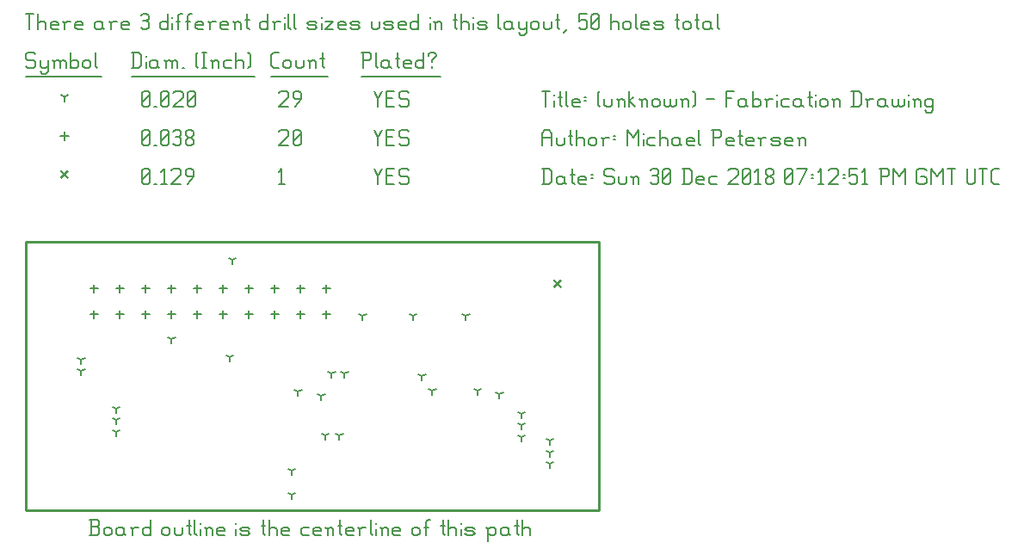
<source format=gbr>
G04 start of page 12 for group -3984 idx -3984 *
G04 Title: (unknown), fab *
G04 Creator: pcb 20140316 *
G04 CreationDate: Sun 30 Dec 2018 07:12:51 PM GMT UTC *
G04 For: railfan *
G04 Format: Gerber/RS-274X *
G04 PCB-Dimensions (mil): 2220.00 1040.00 *
G04 PCB-Coordinate-Origin: lower left *
%MOIN*%
%FSLAX25Y25*%
%LNFAB*%
%ADD64C,0.0100*%
%ADD63C,0.0075*%
%ADD62C,0.0060*%
%ADD61C,0.0001*%
G54D61*G36*
X204800Y89766D02*X207766Y86800D01*
X207200Y86234D01*
X204234Y89200D01*
X204800Y89766D01*
G37*
G36*
X204234Y86800D02*X207200Y89766D01*
X207766Y89200D01*
X204800Y86234D01*
X204234Y86800D01*
G37*
G36*
X13800Y132016D02*X16766Y129050D01*
X16200Y128484D01*
X13234Y131450D01*
X13800Y132016D01*
G37*
G36*
X13234Y129050D02*X16200Y132016D01*
X16766Y131450D01*
X13800Y128484D01*
X13234Y129050D01*
G37*
G54D62*X135000Y132500D02*X136500Y129500D01*
X138000Y132500D01*
X136500Y129500D02*Y126500D01*
X139800Y129800D02*X142050D01*
X139800Y126500D02*X142800D01*
X139800Y132500D02*Y126500D01*
Y132500D02*X142800D01*
X147600D02*X148350Y131750D01*
X145350Y132500D02*X147600D01*
X144600Y131750D02*X145350Y132500D01*
X144600Y131750D02*Y130250D01*
X145350Y129500D01*
X147600D01*
X148350Y128750D01*
Y127250D01*
X147600Y126500D02*X148350Y127250D01*
X145350Y126500D02*X147600D01*
X144600Y127250D02*X145350Y126500D01*
X98000Y131300D02*X99200Y132500D01*
Y126500D01*
X98000D02*X100250D01*
X45000Y127250D02*X45750Y126500D01*
X45000Y131750D02*Y127250D01*
Y131750D02*X45750Y132500D01*
X47250D01*
X48000Y131750D01*
Y127250D01*
X47250Y126500D02*X48000Y127250D01*
X45750Y126500D02*X47250D01*
X45000Y128000D02*X48000Y131000D01*
X49800Y126500D02*X50550D01*
X52350Y131300D02*X53550Y132500D01*
Y126500D01*
X52350D02*X54600D01*
X56400Y131750D02*X57150Y132500D01*
X59400D01*
X60150Y131750D01*
Y130250D01*
X56400Y126500D02*X60150Y130250D01*
X56400Y126500D02*X60150D01*
X62700D02*X64950Y129500D01*
Y131750D02*Y129500D01*
X64200Y132500D02*X64950Y131750D01*
X62700Y132500D02*X64200D01*
X61950Y131750D02*X62700Y132500D01*
X61950Y131750D02*Y130250D01*
X62700Y129500D01*
X64950D01*
X26500Y77600D02*Y74400D01*
X24900Y76000D02*X28100D01*
X36500Y77600D02*Y74400D01*
X34900Y76000D02*X38100D01*
X46500Y77600D02*Y74400D01*
X44900Y76000D02*X48100D01*
X56500Y77600D02*Y74400D01*
X54900Y76000D02*X58100D01*
X66500Y77600D02*Y74400D01*
X64900Y76000D02*X68100D01*
X76500Y77600D02*Y74400D01*
X74900Y76000D02*X78100D01*
X86500Y77600D02*Y74400D01*
X84900Y76000D02*X88100D01*
X96500Y77600D02*Y74400D01*
X94900Y76000D02*X98100D01*
X106500Y77600D02*Y74400D01*
X104900Y76000D02*X108100D01*
X116500Y77600D02*Y74400D01*
X114900Y76000D02*X118100D01*
X26500Y87600D02*Y84400D01*
X24900Y86000D02*X28100D01*
X36500Y87600D02*Y84400D01*
X34900Y86000D02*X38100D01*
X46500Y87600D02*Y84400D01*
X44900Y86000D02*X48100D01*
X56500Y87600D02*Y84400D01*
X54900Y86000D02*X58100D01*
X66500Y87600D02*Y84400D01*
X64900Y86000D02*X68100D01*
X76500Y87600D02*Y84400D01*
X74900Y86000D02*X78100D01*
X86500Y87600D02*Y84400D01*
X84900Y86000D02*X88100D01*
X96500Y87600D02*Y84400D01*
X94900Y86000D02*X98100D01*
X106500Y87600D02*Y84400D01*
X104900Y86000D02*X108100D01*
X116500Y87600D02*Y84400D01*
X114900Y86000D02*X118100D01*
X15000Y146850D02*Y143650D01*
X13400Y145250D02*X16600D01*
X135000Y147500D02*X136500Y144500D01*
X138000Y147500D01*
X136500Y144500D02*Y141500D01*
X139800Y144800D02*X142050D01*
X139800Y141500D02*X142800D01*
X139800Y147500D02*Y141500D01*
Y147500D02*X142800D01*
X147600D02*X148350Y146750D01*
X145350Y147500D02*X147600D01*
X144600Y146750D02*X145350Y147500D01*
X144600Y146750D02*Y145250D01*
X145350Y144500D01*
X147600D01*
X148350Y143750D01*
Y142250D01*
X147600Y141500D02*X148350Y142250D01*
X145350Y141500D02*X147600D01*
X144600Y142250D02*X145350Y141500D01*
X98000Y146750D02*X98750Y147500D01*
X101000D01*
X101750Y146750D01*
Y145250D01*
X98000Y141500D02*X101750Y145250D01*
X98000Y141500D02*X101750D01*
X103550Y142250D02*X104300Y141500D01*
X103550Y146750D02*Y142250D01*
Y146750D02*X104300Y147500D01*
X105800D01*
X106550Y146750D01*
Y142250D01*
X105800Y141500D02*X106550Y142250D01*
X104300Y141500D02*X105800D01*
X103550Y143000D02*X106550Y146000D01*
X45000Y142250D02*X45750Y141500D01*
X45000Y146750D02*Y142250D01*
Y146750D02*X45750Y147500D01*
X47250D01*
X48000Y146750D01*
Y142250D01*
X47250Y141500D02*X48000Y142250D01*
X45750Y141500D02*X47250D01*
X45000Y143000D02*X48000Y146000D01*
X49800Y141500D02*X50550D01*
X52350Y142250D02*X53100Y141500D01*
X52350Y146750D02*Y142250D01*
Y146750D02*X53100Y147500D01*
X54600D01*
X55350Y146750D01*
Y142250D01*
X54600Y141500D02*X55350Y142250D01*
X53100Y141500D02*X54600D01*
X52350Y143000D02*X55350Y146000D01*
X57150Y146750D02*X57900Y147500D01*
X59400D01*
X60150Y146750D01*
X59400Y141500D02*X60150Y142250D01*
X57900Y141500D02*X59400D01*
X57150Y142250D02*X57900Y141500D01*
Y144800D02*X59400D01*
X60150Y146750D02*Y145550D01*
Y144050D02*Y142250D01*
Y144050D02*X59400Y144800D01*
X60150Y145550D02*X59400Y144800D01*
X61950Y142250D02*X62700Y141500D01*
X61950Y143450D02*Y142250D01*
Y143450D02*X63000Y144500D01*
X63900D01*
X64950Y143450D01*
Y142250D01*
X64200Y141500D02*X64950Y142250D01*
X62700Y141500D02*X64200D01*
X61950Y145550D02*X63000Y144500D01*
X61950Y146750D02*Y145550D01*
Y146750D02*X62700Y147500D01*
X64200D01*
X64950Y146750D01*
Y145550D01*
X63900Y144500D02*X64950Y145550D01*
X56500Y66500D02*Y64900D01*
Y66500D02*X57887Y67300D01*
X56500Y66500D02*X55113Y67300D01*
X79000Y59500D02*Y57900D01*
Y59500D02*X80387Y60300D01*
X79000Y59500D02*X77613Y60300D01*
X80000Y97000D02*Y95400D01*
Y97000D02*X81387Y97800D01*
X80000Y97000D02*X78613Y97800D01*
X130500Y75500D02*Y73900D01*
Y75500D02*X131887Y76300D01*
X130500Y75500D02*X129113Y76300D01*
X150000Y75500D02*Y73900D01*
Y75500D02*X151387Y76300D01*
X150000Y75500D02*X148613Y76300D01*
X170500Y75500D02*Y73900D01*
Y75500D02*X171887Y76300D01*
X170500Y75500D02*X169113Y76300D01*
X21500Y54000D02*Y52400D01*
Y54000D02*X22887Y54800D01*
X21500Y54000D02*X20113Y54800D01*
X123500Y53000D02*Y51400D01*
Y53000D02*X124887Y53800D01*
X123500Y53000D02*X122113Y53800D01*
X192000Y28500D02*Y26900D01*
Y28500D02*X193387Y29300D01*
X192000Y28500D02*X190613Y29300D01*
X192000Y33000D02*Y31400D01*
Y33000D02*X193387Y33800D01*
X192000Y33000D02*X190613Y33800D01*
X116000Y29000D02*Y27400D01*
Y29000D02*X117387Y29800D01*
X116000Y29000D02*X114613Y29800D01*
X121500Y29000D02*Y27400D01*
Y29000D02*X122887Y29800D01*
X121500Y29000D02*X120113Y29800D01*
X118500Y53000D02*Y51400D01*
Y53000D02*X119887Y53800D01*
X118500Y53000D02*X117113Y53800D01*
X105500Y46000D02*Y44400D01*
Y46000D02*X106887Y46800D01*
X105500Y46000D02*X104113Y46800D01*
X153500Y52000D02*Y50400D01*
Y52000D02*X154887Y52800D01*
X153500Y52000D02*X152113Y52800D01*
X21500Y58500D02*Y56900D01*
Y58500D02*X22887Y59300D01*
X21500Y58500D02*X20113Y59300D01*
X35000Y39500D02*Y37900D01*
Y39500D02*X36387Y40300D01*
X35000Y39500D02*X33613Y40300D01*
X35000Y35000D02*Y33400D01*
Y35000D02*X36387Y35800D01*
X35000Y35000D02*X33613Y35800D01*
X35000Y30500D02*Y28900D01*
Y30500D02*X36387Y31300D01*
X35000Y30500D02*X33613Y31300D01*
X192000Y37500D02*Y35900D01*
Y37500D02*X193387Y38300D01*
X192000Y37500D02*X190613Y38300D01*
X203000Y18000D02*Y16400D01*
Y18000D02*X204387Y18800D01*
X203000Y18000D02*X201613Y18800D01*
X203000Y22500D02*Y20900D01*
Y22500D02*X204387Y23300D01*
X203000Y22500D02*X201613Y23300D01*
X203000Y27000D02*Y25400D01*
Y27000D02*X204387Y27800D01*
X203000Y27000D02*X201613Y27800D01*
X175000Y46500D02*Y44900D01*
Y46500D02*X176387Y47300D01*
X175000Y46500D02*X173613Y47300D01*
X183500Y45000D02*Y43400D01*
Y45000D02*X184887Y45800D01*
X183500Y45000D02*X182113Y45800D01*
X103000Y6000D02*Y4400D01*
Y6000D02*X104387Y6800D01*
X103000Y6000D02*X101613Y6800D01*
X103000Y15500D02*Y13900D01*
Y15500D02*X104387Y16300D01*
X103000Y15500D02*X101613Y16300D01*
X114500Y44500D02*Y42900D01*
Y44500D02*X115887Y45300D01*
X114500Y44500D02*X113113Y45300D01*
X157500Y46500D02*Y44900D01*
Y46500D02*X158887Y47300D01*
X157500Y46500D02*X156113Y47300D01*
X15000Y160250D02*Y158650D01*
Y160250D02*X16387Y161050D01*
X15000Y160250D02*X13613Y161050D01*
X135000Y162500D02*X136500Y159500D01*
X138000Y162500D01*
X136500Y159500D02*Y156500D01*
X139800Y159800D02*X142050D01*
X139800Y156500D02*X142800D01*
X139800Y162500D02*Y156500D01*
Y162500D02*X142800D01*
X147600D02*X148350Y161750D01*
X145350Y162500D02*X147600D01*
X144600Y161750D02*X145350Y162500D01*
X144600Y161750D02*Y160250D01*
X145350Y159500D01*
X147600D01*
X148350Y158750D01*
Y157250D01*
X147600Y156500D02*X148350Y157250D01*
X145350Y156500D02*X147600D01*
X144600Y157250D02*X145350Y156500D01*
X98000Y161750D02*X98750Y162500D01*
X101000D01*
X101750Y161750D01*
Y160250D01*
X98000Y156500D02*X101750Y160250D01*
X98000Y156500D02*X101750D01*
X104300D02*X106550Y159500D01*
Y161750D02*Y159500D01*
X105800Y162500D02*X106550Y161750D01*
X104300Y162500D02*X105800D01*
X103550Y161750D02*X104300Y162500D01*
X103550Y161750D02*Y160250D01*
X104300Y159500D01*
X106550D01*
X45000Y157250D02*X45750Y156500D01*
X45000Y161750D02*Y157250D01*
Y161750D02*X45750Y162500D01*
X47250D01*
X48000Y161750D01*
Y157250D01*
X47250Y156500D02*X48000Y157250D01*
X45750Y156500D02*X47250D01*
X45000Y158000D02*X48000Y161000D01*
X49800Y156500D02*X50550D01*
X52350Y157250D02*X53100Y156500D01*
X52350Y161750D02*Y157250D01*
Y161750D02*X53100Y162500D01*
X54600D01*
X55350Y161750D01*
Y157250D01*
X54600Y156500D02*X55350Y157250D01*
X53100Y156500D02*X54600D01*
X52350Y158000D02*X55350Y161000D01*
X57150Y161750D02*X57900Y162500D01*
X60150D01*
X60900Y161750D01*
Y160250D01*
X57150Y156500D02*X60900Y160250D01*
X57150Y156500D02*X60900D01*
X62700Y157250D02*X63450Y156500D01*
X62700Y161750D02*Y157250D01*
Y161750D02*X63450Y162500D01*
X64950D01*
X65700Y161750D01*
Y157250D01*
X64950Y156500D02*X65700Y157250D01*
X63450Y156500D02*X64950D01*
X62700Y158000D02*X65700Y161000D01*
X3000Y177500D02*X3750Y176750D01*
X750Y177500D02*X3000D01*
X0Y176750D02*X750Y177500D01*
X0Y176750D02*Y175250D01*
X750Y174500D01*
X3000D01*
X3750Y173750D01*
Y172250D01*
X3000Y171500D02*X3750Y172250D01*
X750Y171500D02*X3000D01*
X0Y172250D02*X750Y171500D01*
X5550Y174500D02*Y172250D01*
X6300Y171500D01*
X8550Y174500D02*Y170000D01*
X7800Y169250D02*X8550Y170000D01*
X6300Y169250D02*X7800D01*
X5550Y170000D02*X6300Y169250D01*
Y171500D02*X7800D01*
X8550Y172250D01*
X11100Y173750D02*Y171500D01*
Y173750D02*X11850Y174500D01*
X12600D01*
X13350Y173750D01*
Y171500D01*
Y173750D02*X14100Y174500D01*
X14850D01*
X15600Y173750D01*
Y171500D01*
X10350Y174500D02*X11100Y173750D01*
X17400Y177500D02*Y171500D01*
Y172250D02*X18150Y171500D01*
X19650D01*
X20400Y172250D01*
Y173750D02*Y172250D01*
X19650Y174500D02*X20400Y173750D01*
X18150Y174500D02*X19650D01*
X17400Y173750D02*X18150Y174500D01*
X22200Y173750D02*Y172250D01*
Y173750D02*X22950Y174500D01*
X24450D01*
X25200Y173750D01*
Y172250D01*
X24450Y171500D02*X25200Y172250D01*
X22950Y171500D02*X24450D01*
X22200Y172250D02*X22950Y171500D01*
X27000Y177500D02*Y172250D01*
X27750Y171500D01*
X0Y168250D02*X29250D01*
X41750Y177500D02*Y171500D01*
X43700Y177500D02*X44750Y176450D01*
Y172550D01*
X43700Y171500D02*X44750Y172550D01*
X41000Y171500D02*X43700D01*
X41000Y177500D02*X43700D01*
G54D63*X46550Y176000D02*Y175850D01*
G54D62*Y173750D02*Y171500D01*
X50300Y174500D02*X51050Y173750D01*
X48800Y174500D02*X50300D01*
X48050Y173750D02*X48800Y174500D01*
X48050Y173750D02*Y172250D01*
X48800Y171500D01*
X51050Y174500D02*Y172250D01*
X51800Y171500D01*
X48800D02*X50300D01*
X51050Y172250D01*
X54350Y173750D02*Y171500D01*
Y173750D02*X55100Y174500D01*
X55850D01*
X56600Y173750D01*
Y171500D01*
Y173750D02*X57350Y174500D01*
X58100D01*
X58850Y173750D01*
Y171500D01*
X53600Y174500D02*X54350Y173750D01*
X60650Y171500D02*X61400D01*
X65900Y172250D02*X66650Y171500D01*
X65900Y176750D02*X66650Y177500D01*
X65900Y176750D02*Y172250D01*
X68450Y177500D02*X69950D01*
X69200D02*Y171500D01*
X68450D02*X69950D01*
X72500Y173750D02*Y171500D01*
Y173750D02*X73250Y174500D01*
X74000D01*
X74750Y173750D01*
Y171500D01*
X71750Y174500D02*X72500Y173750D01*
X77300Y174500D02*X79550D01*
X76550Y173750D02*X77300Y174500D01*
X76550Y173750D02*Y172250D01*
X77300Y171500D01*
X79550D01*
X81350Y177500D02*Y171500D01*
Y173750D02*X82100Y174500D01*
X83600D01*
X84350Y173750D01*
Y171500D01*
X86150Y177500D02*X86900Y176750D01*
Y172250D01*
X86150Y171500D02*X86900Y172250D01*
X41000Y168250D02*X88700D01*
X96050Y171500D02*X98000D01*
X95000Y172550D02*X96050Y171500D01*
X95000Y176450D02*Y172550D01*
Y176450D02*X96050Y177500D01*
X98000D01*
X99800Y173750D02*Y172250D01*
Y173750D02*X100550Y174500D01*
X102050D01*
X102800Y173750D01*
Y172250D01*
X102050Y171500D02*X102800Y172250D01*
X100550Y171500D02*X102050D01*
X99800Y172250D02*X100550Y171500D01*
X104600Y174500D02*Y172250D01*
X105350Y171500D01*
X106850D01*
X107600Y172250D01*
Y174500D02*Y172250D01*
X110150Y173750D02*Y171500D01*
Y173750D02*X110900Y174500D01*
X111650D01*
X112400Y173750D01*
Y171500D01*
X109400Y174500D02*X110150Y173750D01*
X114950Y177500D02*Y172250D01*
X115700Y171500D01*
X114200Y175250D02*X115700D01*
X95000Y168250D02*X117200D01*
X130750Y177500D02*Y171500D01*
X130000Y177500D02*X133000D01*
X133750Y176750D01*
Y175250D01*
X133000Y174500D02*X133750Y175250D01*
X130750Y174500D02*X133000D01*
X135550Y177500D02*Y172250D01*
X136300Y171500D01*
X140050Y174500D02*X140800Y173750D01*
X138550Y174500D02*X140050D01*
X137800Y173750D02*X138550Y174500D01*
X137800Y173750D02*Y172250D01*
X138550Y171500D01*
X140800Y174500D02*Y172250D01*
X141550Y171500D01*
X138550D02*X140050D01*
X140800Y172250D01*
X144100Y177500D02*Y172250D01*
X144850Y171500D01*
X143350Y175250D02*X144850D01*
X147100Y171500D02*X149350D01*
X146350Y172250D02*X147100Y171500D01*
X146350Y173750D02*Y172250D01*
Y173750D02*X147100Y174500D01*
X148600D01*
X149350Y173750D01*
X146350Y173000D02*X149350D01*
Y173750D02*Y173000D01*
X154150Y177500D02*Y171500D01*
X153400D02*X154150Y172250D01*
X151900Y171500D02*X153400D01*
X151150Y172250D02*X151900Y171500D01*
X151150Y173750D02*Y172250D01*
Y173750D02*X151900Y174500D01*
X153400D01*
X154150Y173750D01*
X157450Y174500D02*Y173750D01*
Y172250D02*Y171500D01*
X155950Y176750D02*Y176000D01*
Y176750D02*X156700Y177500D01*
X158200D01*
X158950Y176750D01*
Y176000D01*
X157450Y174500D02*X158950Y176000D01*
X130000Y168250D02*X160750D01*
X0Y192500D02*X3000D01*
X1500D02*Y186500D01*
X4800Y192500D02*Y186500D01*
Y188750D02*X5550Y189500D01*
X7050D01*
X7800Y188750D01*
Y186500D01*
X10350D02*X12600D01*
X9600Y187250D02*X10350Y186500D01*
X9600Y188750D02*Y187250D01*
Y188750D02*X10350Y189500D01*
X11850D01*
X12600Y188750D01*
X9600Y188000D02*X12600D01*
Y188750D02*Y188000D01*
X15150Y188750D02*Y186500D01*
Y188750D02*X15900Y189500D01*
X17400D01*
X14400D02*X15150Y188750D01*
X19950Y186500D02*X22200D01*
X19200Y187250D02*X19950Y186500D01*
X19200Y188750D02*Y187250D01*
Y188750D02*X19950Y189500D01*
X21450D01*
X22200Y188750D01*
X19200Y188000D02*X22200D01*
Y188750D02*Y188000D01*
X28950Y189500D02*X29700Y188750D01*
X27450Y189500D02*X28950D01*
X26700Y188750D02*X27450Y189500D01*
X26700Y188750D02*Y187250D01*
X27450Y186500D01*
X29700Y189500D02*Y187250D01*
X30450Y186500D01*
X27450D02*X28950D01*
X29700Y187250D01*
X33000Y188750D02*Y186500D01*
Y188750D02*X33750Y189500D01*
X35250D01*
X32250D02*X33000Y188750D01*
X37800Y186500D02*X40050D01*
X37050Y187250D02*X37800Y186500D01*
X37050Y188750D02*Y187250D01*
Y188750D02*X37800Y189500D01*
X39300D01*
X40050Y188750D01*
X37050Y188000D02*X40050D01*
Y188750D02*Y188000D01*
X44550Y191750D02*X45300Y192500D01*
X46800D01*
X47550Y191750D01*
X46800Y186500D02*X47550Y187250D01*
X45300Y186500D02*X46800D01*
X44550Y187250D02*X45300Y186500D01*
Y189800D02*X46800D01*
X47550Y191750D02*Y190550D01*
Y189050D02*Y187250D01*
Y189050D02*X46800Y189800D01*
X47550Y190550D02*X46800Y189800D01*
X55050Y192500D02*Y186500D01*
X54300D02*X55050Y187250D01*
X52800Y186500D02*X54300D01*
X52050Y187250D02*X52800Y186500D01*
X52050Y188750D02*Y187250D01*
Y188750D02*X52800Y189500D01*
X54300D01*
X55050Y188750D01*
G54D63*X56850Y191000D02*Y190850D01*
G54D62*Y188750D02*Y186500D01*
X59100Y191750D02*Y186500D01*
Y191750D02*X59850Y192500D01*
X60600D01*
X58350Y189500D02*X59850D01*
X62850Y191750D02*Y186500D01*
Y191750D02*X63600Y192500D01*
X64350D01*
X62100Y189500D02*X63600D01*
X66600Y186500D02*X68850D01*
X65850Y187250D02*X66600Y186500D01*
X65850Y188750D02*Y187250D01*
Y188750D02*X66600Y189500D01*
X68100D01*
X68850Y188750D01*
X65850Y188000D02*X68850D01*
Y188750D02*Y188000D01*
X71400Y188750D02*Y186500D01*
Y188750D02*X72150Y189500D01*
X73650D01*
X70650D02*X71400Y188750D01*
X76200Y186500D02*X78450D01*
X75450Y187250D02*X76200Y186500D01*
X75450Y188750D02*Y187250D01*
Y188750D02*X76200Y189500D01*
X77700D01*
X78450Y188750D01*
X75450Y188000D02*X78450D01*
Y188750D02*Y188000D01*
X81000Y188750D02*Y186500D01*
Y188750D02*X81750Y189500D01*
X82500D01*
X83250Y188750D01*
Y186500D01*
X80250Y189500D02*X81000Y188750D01*
X85800Y192500D02*Y187250D01*
X86550Y186500D01*
X85050Y190250D02*X86550D01*
X93750Y192500D02*Y186500D01*
X93000D02*X93750Y187250D01*
X91500Y186500D02*X93000D01*
X90750Y187250D02*X91500Y186500D01*
X90750Y188750D02*Y187250D01*
Y188750D02*X91500Y189500D01*
X93000D01*
X93750Y188750D01*
X96300D02*Y186500D01*
Y188750D02*X97050Y189500D01*
X98550D01*
X95550D02*X96300Y188750D01*
G54D63*X100350Y191000D02*Y190850D01*
G54D62*Y188750D02*Y186500D01*
X101850Y192500D02*Y187250D01*
X102600Y186500D01*
X104100Y192500D02*Y187250D01*
X104850Y186500D01*
X109800D02*X112050D01*
X112800Y187250D01*
X112050Y188000D02*X112800Y187250D01*
X109800Y188000D02*X112050D01*
X109050Y188750D02*X109800Y188000D01*
X109050Y188750D02*X109800Y189500D01*
X112050D01*
X112800Y188750D01*
X109050Y187250D02*X109800Y186500D01*
G54D63*X114600Y191000D02*Y190850D01*
G54D62*Y188750D02*Y186500D01*
X116100Y189500D02*X119100D01*
X116100Y186500D02*X119100Y189500D01*
X116100Y186500D02*X119100D01*
X121650D02*X123900D01*
X120900Y187250D02*X121650Y186500D01*
X120900Y188750D02*Y187250D01*
Y188750D02*X121650Y189500D01*
X123150D01*
X123900Y188750D01*
X120900Y188000D02*X123900D01*
Y188750D02*Y188000D01*
X126450Y186500D02*X128700D01*
X129450Y187250D01*
X128700Y188000D02*X129450Y187250D01*
X126450Y188000D02*X128700D01*
X125700Y188750D02*X126450Y188000D01*
X125700Y188750D02*X126450Y189500D01*
X128700D01*
X129450Y188750D01*
X125700Y187250D02*X126450Y186500D01*
X133950Y189500D02*Y187250D01*
X134700Y186500D01*
X136200D01*
X136950Y187250D01*
Y189500D02*Y187250D01*
X139500Y186500D02*X141750D01*
X142500Y187250D01*
X141750Y188000D02*X142500Y187250D01*
X139500Y188000D02*X141750D01*
X138750Y188750D02*X139500Y188000D01*
X138750Y188750D02*X139500Y189500D01*
X141750D01*
X142500Y188750D01*
X138750Y187250D02*X139500Y186500D01*
X145050D02*X147300D01*
X144300Y187250D02*X145050Y186500D01*
X144300Y188750D02*Y187250D01*
Y188750D02*X145050Y189500D01*
X146550D01*
X147300Y188750D01*
X144300Y188000D02*X147300D01*
Y188750D02*Y188000D01*
X152100Y192500D02*Y186500D01*
X151350D02*X152100Y187250D01*
X149850Y186500D02*X151350D01*
X149100Y187250D02*X149850Y186500D01*
X149100Y188750D02*Y187250D01*
Y188750D02*X149850Y189500D01*
X151350D01*
X152100Y188750D01*
G54D63*X156600Y191000D02*Y190850D01*
G54D62*Y188750D02*Y186500D01*
X158850Y188750D02*Y186500D01*
Y188750D02*X159600Y189500D01*
X160350D01*
X161100Y188750D01*
Y186500D01*
X158100Y189500D02*X158850Y188750D01*
X166350Y192500D02*Y187250D01*
X167100Y186500D01*
X165600Y190250D02*X167100D01*
X168600Y192500D02*Y186500D01*
Y188750D02*X169350Y189500D01*
X170850D01*
X171600Y188750D01*
Y186500D01*
G54D63*X173400Y191000D02*Y190850D01*
G54D62*Y188750D02*Y186500D01*
X175650D02*X177900D01*
X178650Y187250D01*
X177900Y188000D02*X178650Y187250D01*
X175650Y188000D02*X177900D01*
X174900Y188750D02*X175650Y188000D01*
X174900Y188750D02*X175650Y189500D01*
X177900D01*
X178650Y188750D01*
X174900Y187250D02*X175650Y186500D01*
X183150Y192500D02*Y187250D01*
X183900Y186500D01*
X187650Y189500D02*X188400Y188750D01*
X186150Y189500D02*X187650D01*
X185400Y188750D02*X186150Y189500D01*
X185400Y188750D02*Y187250D01*
X186150Y186500D01*
X188400Y189500D02*Y187250D01*
X189150Y186500D01*
X186150D02*X187650D01*
X188400Y187250D01*
X190950Y189500D02*Y187250D01*
X191700Y186500D01*
X193950Y189500D02*Y185000D01*
X193200Y184250D02*X193950Y185000D01*
X191700Y184250D02*X193200D01*
X190950Y185000D02*X191700Y184250D01*
Y186500D02*X193200D01*
X193950Y187250D01*
X195750Y188750D02*Y187250D01*
Y188750D02*X196500Y189500D01*
X198000D01*
X198750Y188750D01*
Y187250D01*
X198000Y186500D02*X198750Y187250D01*
X196500Y186500D02*X198000D01*
X195750Y187250D02*X196500Y186500D01*
X200550Y189500D02*Y187250D01*
X201300Y186500D01*
X202800D01*
X203550Y187250D01*
Y189500D02*Y187250D01*
X206100Y192500D02*Y187250D01*
X206850Y186500D01*
X205350Y190250D02*X206850D01*
X208350Y185000D02*X209850Y186500D01*
X214350Y192500D02*X217350D01*
X214350D02*Y189500D01*
X215100Y190250D01*
X216600D01*
X217350Y189500D01*
Y187250D01*
X216600Y186500D02*X217350Y187250D01*
X215100Y186500D02*X216600D01*
X214350Y187250D02*X215100Y186500D01*
X219150Y187250D02*X219900Y186500D01*
X219150Y191750D02*Y187250D01*
Y191750D02*X219900Y192500D01*
X221400D01*
X222150Y191750D01*
Y187250D01*
X221400Y186500D02*X222150Y187250D01*
X219900Y186500D02*X221400D01*
X219150Y188000D02*X222150Y191000D01*
X226650Y192500D02*Y186500D01*
Y188750D02*X227400Y189500D01*
X228900D01*
X229650Y188750D01*
Y186500D01*
X231450Y188750D02*Y187250D01*
Y188750D02*X232200Y189500D01*
X233700D01*
X234450Y188750D01*
Y187250D01*
X233700Y186500D02*X234450Y187250D01*
X232200Y186500D02*X233700D01*
X231450Y187250D02*X232200Y186500D01*
X236250Y192500D02*Y187250D01*
X237000Y186500D01*
X239250D02*X241500D01*
X238500Y187250D02*X239250Y186500D01*
X238500Y188750D02*Y187250D01*
Y188750D02*X239250Y189500D01*
X240750D01*
X241500Y188750D01*
X238500Y188000D02*X241500D01*
Y188750D02*Y188000D01*
X244050Y186500D02*X246300D01*
X247050Y187250D01*
X246300Y188000D02*X247050Y187250D01*
X244050Y188000D02*X246300D01*
X243300Y188750D02*X244050Y188000D01*
X243300Y188750D02*X244050Y189500D01*
X246300D01*
X247050Y188750D01*
X243300Y187250D02*X244050Y186500D01*
X252300Y192500D02*Y187250D01*
X253050Y186500D01*
X251550Y190250D02*X253050D01*
X254550Y188750D02*Y187250D01*
Y188750D02*X255300Y189500D01*
X256800D01*
X257550Y188750D01*
Y187250D01*
X256800Y186500D02*X257550Y187250D01*
X255300Y186500D02*X256800D01*
X254550Y187250D02*X255300Y186500D01*
X260100Y192500D02*Y187250D01*
X260850Y186500D01*
X259350Y190250D02*X260850D01*
X264600Y189500D02*X265350Y188750D01*
X263100Y189500D02*X264600D01*
X262350Y188750D02*X263100Y189500D01*
X262350Y188750D02*Y187250D01*
X263100Y186500D01*
X265350Y189500D02*Y187250D01*
X266100Y186500D01*
X263100D02*X264600D01*
X265350Y187250D01*
X267900Y192500D02*Y187250D01*
X268650Y186500D01*
G54D64*X222000Y104000D02*Y0D01*
X0D01*
Y104000D01*
X222000D01*
G54D62*X24675Y-9500D02*X27675D01*
X28425Y-8750D01*
Y-6950D02*Y-8750D01*
X27675Y-6200D02*X28425Y-6950D01*
X25425Y-6200D02*X27675D01*
X25425Y-3500D02*Y-9500D01*
X24675Y-3500D02*X27675D01*
X28425Y-4250D01*
Y-5450D01*
X27675Y-6200D02*X28425Y-5450D01*
X30225Y-7250D02*Y-8750D01*
Y-7250D02*X30975Y-6500D01*
X32475D01*
X33225Y-7250D01*
Y-8750D01*
X32475Y-9500D02*X33225Y-8750D01*
X30975Y-9500D02*X32475D01*
X30225Y-8750D02*X30975Y-9500D01*
X37275Y-6500D02*X38025Y-7250D01*
X35775Y-6500D02*X37275D01*
X35025Y-7250D02*X35775Y-6500D01*
X35025Y-7250D02*Y-8750D01*
X35775Y-9500D01*
X38025Y-6500D02*Y-8750D01*
X38775Y-9500D01*
X35775D02*X37275D01*
X38025Y-8750D01*
X41325Y-7250D02*Y-9500D01*
Y-7250D02*X42075Y-6500D01*
X43575D01*
X40575D02*X41325Y-7250D01*
X48375Y-3500D02*Y-9500D01*
X47625D02*X48375Y-8750D01*
X46125Y-9500D02*X47625D01*
X45375Y-8750D02*X46125Y-9500D01*
X45375Y-7250D02*Y-8750D01*
Y-7250D02*X46125Y-6500D01*
X47625D01*
X48375Y-7250D01*
X52875D02*Y-8750D01*
Y-7250D02*X53625Y-6500D01*
X55125D01*
X55875Y-7250D01*
Y-8750D01*
X55125Y-9500D02*X55875Y-8750D01*
X53625Y-9500D02*X55125D01*
X52875Y-8750D02*X53625Y-9500D01*
X57675Y-6500D02*Y-8750D01*
X58425Y-9500D01*
X59925D01*
X60675Y-8750D01*
Y-6500D02*Y-8750D01*
X63225Y-3500D02*Y-8750D01*
X63975Y-9500D01*
X62475Y-5750D02*X63975D01*
X65475Y-3500D02*Y-8750D01*
X66225Y-9500D01*
G54D63*X67725Y-5000D02*Y-5150D01*
G54D62*Y-7250D02*Y-9500D01*
X69975Y-7250D02*Y-9500D01*
Y-7250D02*X70725Y-6500D01*
X71475D01*
X72225Y-7250D01*
Y-9500D01*
X69225Y-6500D02*X69975Y-7250D01*
X74775Y-9500D02*X77025D01*
X74025Y-8750D02*X74775Y-9500D01*
X74025Y-7250D02*Y-8750D01*
Y-7250D02*X74775Y-6500D01*
X76275D01*
X77025Y-7250D01*
X74025Y-8000D02*X77025D01*
Y-7250D02*Y-8000D01*
G54D63*X81525Y-5000D02*Y-5150D01*
G54D62*Y-7250D02*Y-9500D01*
X83775D02*X86025D01*
X86775Y-8750D01*
X86025Y-8000D02*X86775Y-8750D01*
X83775Y-8000D02*X86025D01*
X83025Y-7250D02*X83775Y-8000D01*
X83025Y-7250D02*X83775Y-6500D01*
X86025D01*
X86775Y-7250D01*
X83025Y-8750D02*X83775Y-9500D01*
X92025Y-3500D02*Y-8750D01*
X92775Y-9500D01*
X91275Y-5750D02*X92775D01*
X94275Y-3500D02*Y-9500D01*
Y-7250D02*X95025Y-6500D01*
X96525D01*
X97275Y-7250D01*
Y-9500D01*
X99825D02*X102075D01*
X99075Y-8750D02*X99825Y-9500D01*
X99075Y-7250D02*Y-8750D01*
Y-7250D02*X99825Y-6500D01*
X101325D01*
X102075Y-7250D01*
X99075Y-8000D02*X102075D01*
Y-7250D02*Y-8000D01*
X107325Y-6500D02*X109575D01*
X106575Y-7250D02*X107325Y-6500D01*
X106575Y-7250D02*Y-8750D01*
X107325Y-9500D01*
X109575D01*
X112125D02*X114375D01*
X111375Y-8750D02*X112125Y-9500D01*
X111375Y-7250D02*Y-8750D01*
Y-7250D02*X112125Y-6500D01*
X113625D01*
X114375Y-7250D01*
X111375Y-8000D02*X114375D01*
Y-7250D02*Y-8000D01*
X116925Y-7250D02*Y-9500D01*
Y-7250D02*X117675Y-6500D01*
X118425D01*
X119175Y-7250D01*
Y-9500D01*
X116175Y-6500D02*X116925Y-7250D01*
X121725Y-3500D02*Y-8750D01*
X122475Y-9500D01*
X120975Y-5750D02*X122475D01*
X124725Y-9500D02*X126975D01*
X123975Y-8750D02*X124725Y-9500D01*
X123975Y-7250D02*Y-8750D01*
Y-7250D02*X124725Y-6500D01*
X126225D01*
X126975Y-7250D01*
X123975Y-8000D02*X126975D01*
Y-7250D02*Y-8000D01*
X129525Y-7250D02*Y-9500D01*
Y-7250D02*X130275Y-6500D01*
X131775D01*
X128775D02*X129525Y-7250D01*
X133575Y-3500D02*Y-8750D01*
X134325Y-9500D01*
G54D63*X135825Y-5000D02*Y-5150D01*
G54D62*Y-7250D02*Y-9500D01*
X138075Y-7250D02*Y-9500D01*
Y-7250D02*X138825Y-6500D01*
X139575D01*
X140325Y-7250D01*
Y-9500D01*
X137325Y-6500D02*X138075Y-7250D01*
X142875Y-9500D02*X145125D01*
X142125Y-8750D02*X142875Y-9500D01*
X142125Y-7250D02*Y-8750D01*
Y-7250D02*X142875Y-6500D01*
X144375D01*
X145125Y-7250D01*
X142125Y-8000D02*X145125D01*
Y-7250D02*Y-8000D01*
X149625Y-7250D02*Y-8750D01*
Y-7250D02*X150375Y-6500D01*
X151875D01*
X152625Y-7250D01*
Y-8750D01*
X151875Y-9500D02*X152625Y-8750D01*
X150375Y-9500D02*X151875D01*
X149625Y-8750D02*X150375Y-9500D01*
X155175Y-4250D02*Y-9500D01*
Y-4250D02*X155925Y-3500D01*
X156675D01*
X154425Y-6500D02*X155925D01*
X161625Y-3500D02*Y-8750D01*
X162375Y-9500D01*
X160875Y-5750D02*X162375D01*
X163875Y-3500D02*Y-9500D01*
Y-7250D02*X164625Y-6500D01*
X166125D01*
X166875Y-7250D01*
Y-9500D01*
G54D63*X168675Y-5000D02*Y-5150D01*
G54D62*Y-7250D02*Y-9500D01*
X170925D02*X173175D01*
X173925Y-8750D01*
X173175Y-8000D02*X173925Y-8750D01*
X170925Y-8000D02*X173175D01*
X170175Y-7250D02*X170925Y-8000D01*
X170175Y-7250D02*X170925Y-6500D01*
X173175D01*
X173925Y-7250D01*
X170175Y-8750D02*X170925Y-9500D01*
X179175Y-7250D02*Y-11750D01*
X178425Y-6500D02*X179175Y-7250D01*
X179925Y-6500D01*
X181425D01*
X182175Y-7250D01*
Y-8750D01*
X181425Y-9500D02*X182175Y-8750D01*
X179925Y-9500D02*X181425D01*
X179175Y-8750D02*X179925Y-9500D01*
X186225Y-6500D02*X186975Y-7250D01*
X184725Y-6500D02*X186225D01*
X183975Y-7250D02*X184725Y-6500D01*
X183975Y-7250D02*Y-8750D01*
X184725Y-9500D01*
X186975Y-6500D02*Y-8750D01*
X187725Y-9500D01*
X184725D02*X186225D01*
X186975Y-8750D01*
X190275Y-3500D02*Y-8750D01*
X191025Y-9500D01*
X189525Y-5750D02*X191025D01*
X192525Y-3500D02*Y-9500D01*
Y-7250D02*X193275Y-6500D01*
X194775D01*
X195525Y-7250D01*
Y-9500D01*
X200750Y132500D02*Y126500D01*
X202700Y132500D02*X203750Y131450D01*
Y127550D01*
X202700Y126500D02*X203750Y127550D01*
X200000Y126500D02*X202700D01*
X200000Y132500D02*X202700D01*
X207800Y129500D02*X208550Y128750D01*
X206300Y129500D02*X207800D01*
X205550Y128750D02*X206300Y129500D01*
X205550Y128750D02*Y127250D01*
X206300Y126500D01*
X208550Y129500D02*Y127250D01*
X209300Y126500D01*
X206300D02*X207800D01*
X208550Y127250D01*
X211850Y132500D02*Y127250D01*
X212600Y126500D01*
X211100Y130250D02*X212600D01*
X214850Y126500D02*X217100D01*
X214100Y127250D02*X214850Y126500D01*
X214100Y128750D02*Y127250D01*
Y128750D02*X214850Y129500D01*
X216350D01*
X217100Y128750D01*
X214100Y128000D02*X217100D01*
Y128750D02*Y128000D01*
X218900Y130250D02*X219650D01*
X218900Y128750D02*X219650D01*
X227150Y132500D02*X227900Y131750D01*
X224900Y132500D02*X227150D01*
X224150Y131750D02*X224900Y132500D01*
X224150Y131750D02*Y130250D01*
X224900Y129500D01*
X227150D01*
X227900Y128750D01*
Y127250D01*
X227150Y126500D02*X227900Y127250D01*
X224900Y126500D02*X227150D01*
X224150Y127250D02*X224900Y126500D01*
X229700Y129500D02*Y127250D01*
X230450Y126500D01*
X231950D01*
X232700Y127250D01*
Y129500D02*Y127250D01*
X235250Y128750D02*Y126500D01*
Y128750D02*X236000Y129500D01*
X236750D01*
X237500Y128750D01*
Y126500D01*
X234500Y129500D02*X235250Y128750D01*
X242000Y131750D02*X242750Y132500D01*
X244250D01*
X245000Y131750D01*
X244250Y126500D02*X245000Y127250D01*
X242750Y126500D02*X244250D01*
X242000Y127250D02*X242750Y126500D01*
Y129800D02*X244250D01*
X245000Y131750D02*Y130550D01*
Y129050D02*Y127250D01*
Y129050D02*X244250Y129800D01*
X245000Y130550D02*X244250Y129800D01*
X246800Y127250D02*X247550Y126500D01*
X246800Y131750D02*Y127250D01*
Y131750D02*X247550Y132500D01*
X249050D01*
X249800Y131750D01*
Y127250D01*
X249050Y126500D02*X249800Y127250D01*
X247550Y126500D02*X249050D01*
X246800Y128000D02*X249800Y131000D01*
X255050Y132500D02*Y126500D01*
X257000Y132500D02*X258050Y131450D01*
Y127550D01*
X257000Y126500D02*X258050Y127550D01*
X254300Y126500D02*X257000D01*
X254300Y132500D02*X257000D01*
X260600Y126500D02*X262850D01*
X259850Y127250D02*X260600Y126500D01*
X259850Y128750D02*Y127250D01*
Y128750D02*X260600Y129500D01*
X262100D01*
X262850Y128750D01*
X259850Y128000D02*X262850D01*
Y128750D02*Y128000D01*
X265400Y129500D02*X267650D01*
X264650Y128750D02*X265400Y129500D01*
X264650Y128750D02*Y127250D01*
X265400Y126500D01*
X267650D01*
X272150Y131750D02*X272900Y132500D01*
X275150D01*
X275900Y131750D01*
Y130250D01*
X272150Y126500D02*X275900Y130250D01*
X272150Y126500D02*X275900D01*
X277700Y127250D02*X278450Y126500D01*
X277700Y131750D02*Y127250D01*
Y131750D02*X278450Y132500D01*
X279950D01*
X280700Y131750D01*
Y127250D01*
X279950Y126500D02*X280700Y127250D01*
X278450Y126500D02*X279950D01*
X277700Y128000D02*X280700Y131000D01*
X282500Y131300D02*X283700Y132500D01*
Y126500D01*
X282500D02*X284750D01*
X286550Y127250D02*X287300Y126500D01*
X286550Y128450D02*Y127250D01*
Y128450D02*X287600Y129500D01*
X288500D01*
X289550Y128450D01*
Y127250D01*
X288800Y126500D02*X289550Y127250D01*
X287300Y126500D02*X288800D01*
X286550Y130550D02*X287600Y129500D01*
X286550Y131750D02*Y130550D01*
Y131750D02*X287300Y132500D01*
X288800D01*
X289550Y131750D01*
Y130550D01*
X288500Y129500D02*X289550Y130550D01*
X294050Y127250D02*X294800Y126500D01*
X294050Y131750D02*Y127250D01*
Y131750D02*X294800Y132500D01*
X296300D01*
X297050Y131750D01*
Y127250D01*
X296300Y126500D02*X297050Y127250D01*
X294800Y126500D02*X296300D01*
X294050Y128000D02*X297050Y131000D01*
X299600Y126500D02*X302600Y132500D01*
X298850D02*X302600D01*
X304400Y130250D02*X305150D01*
X304400Y128750D02*X305150D01*
X306950Y131300D02*X308150Y132500D01*
Y126500D01*
X306950D02*X309200D01*
X311000Y131750D02*X311750Y132500D01*
X314000D01*
X314750Y131750D01*
Y130250D01*
X311000Y126500D02*X314750Y130250D01*
X311000Y126500D02*X314750D01*
X316550Y130250D02*X317300D01*
X316550Y128750D02*X317300D01*
X319100Y132500D02*X322100D01*
X319100D02*Y129500D01*
X319850Y130250D01*
X321350D01*
X322100Y129500D01*
Y127250D01*
X321350Y126500D02*X322100Y127250D01*
X319850Y126500D02*X321350D01*
X319100Y127250D02*X319850Y126500D01*
X323900Y131300D02*X325100Y132500D01*
Y126500D01*
X323900D02*X326150D01*
X331400Y132500D02*Y126500D01*
X330650Y132500D02*X333650D01*
X334400Y131750D01*
Y130250D01*
X333650Y129500D02*X334400Y130250D01*
X331400Y129500D02*X333650D01*
X336200Y132500D02*Y126500D01*
Y132500D02*X338450Y129500D01*
X340700Y132500D01*
Y126500D01*
X348200Y132500D02*X348950Y131750D01*
X345950Y132500D02*X348200D01*
X345200Y131750D02*X345950Y132500D01*
X345200Y131750D02*Y127250D01*
X345950Y126500D01*
X348200D01*
X348950Y127250D01*
Y128750D02*Y127250D01*
X348200Y129500D02*X348950Y128750D01*
X346700Y129500D02*X348200D01*
X350750Y132500D02*Y126500D01*
Y132500D02*X353000Y129500D01*
X355250Y132500D01*
Y126500D01*
X357050Y132500D02*X360050D01*
X358550D02*Y126500D01*
X364550Y132500D02*Y127250D01*
X365300Y126500D01*
X366800D01*
X367550Y127250D01*
Y132500D02*Y127250D01*
X369350Y132500D02*X372350D01*
X370850D02*Y126500D01*
X375200D02*X377150D01*
X374150Y127550D02*X375200Y126500D01*
X374150Y131450D02*Y127550D01*
Y131450D02*X375200Y132500D01*
X377150D01*
X200000Y146000D02*Y141500D01*
Y146000D02*X201050Y147500D01*
X202700D01*
X203750Y146000D01*
Y141500D01*
X200000Y144500D02*X203750D01*
X205550D02*Y142250D01*
X206300Y141500D01*
X207800D01*
X208550Y142250D01*
Y144500D02*Y142250D01*
X211100Y147500D02*Y142250D01*
X211850Y141500D01*
X210350Y145250D02*X211850D01*
X213350Y147500D02*Y141500D01*
Y143750D02*X214100Y144500D01*
X215600D01*
X216350Y143750D01*
Y141500D01*
X218150Y143750D02*Y142250D01*
Y143750D02*X218900Y144500D01*
X220400D01*
X221150Y143750D01*
Y142250D01*
X220400Y141500D02*X221150Y142250D01*
X218900Y141500D02*X220400D01*
X218150Y142250D02*X218900Y141500D01*
X223700Y143750D02*Y141500D01*
Y143750D02*X224450Y144500D01*
X225950D01*
X222950D02*X223700Y143750D01*
X227750Y145250D02*X228500D01*
X227750Y143750D02*X228500D01*
X233000Y147500D02*Y141500D01*
Y147500D02*X235250Y144500D01*
X237500Y147500D01*
Y141500D01*
G54D63*X239300Y146000D02*Y145850D01*
G54D62*Y143750D02*Y141500D01*
X241550Y144500D02*X243800D01*
X240800Y143750D02*X241550Y144500D01*
X240800Y143750D02*Y142250D01*
X241550Y141500D01*
X243800D01*
X245600Y147500D02*Y141500D01*
Y143750D02*X246350Y144500D01*
X247850D01*
X248600Y143750D01*
Y141500D01*
X252650Y144500D02*X253400Y143750D01*
X251150Y144500D02*X252650D01*
X250400Y143750D02*X251150Y144500D01*
X250400Y143750D02*Y142250D01*
X251150Y141500D01*
X253400Y144500D02*Y142250D01*
X254150Y141500D01*
X251150D02*X252650D01*
X253400Y142250D01*
X256700Y141500D02*X258950D01*
X255950Y142250D02*X256700Y141500D01*
X255950Y143750D02*Y142250D01*
Y143750D02*X256700Y144500D01*
X258200D01*
X258950Y143750D01*
X255950Y143000D02*X258950D01*
Y143750D02*Y143000D01*
X260750Y147500D02*Y142250D01*
X261500Y141500D01*
X266450Y147500D02*Y141500D01*
X265700Y147500D02*X268700D01*
X269450Y146750D01*
Y145250D01*
X268700Y144500D02*X269450Y145250D01*
X266450Y144500D02*X268700D01*
X272000Y141500D02*X274250D01*
X271250Y142250D02*X272000Y141500D01*
X271250Y143750D02*Y142250D01*
Y143750D02*X272000Y144500D01*
X273500D01*
X274250Y143750D01*
X271250Y143000D02*X274250D01*
Y143750D02*Y143000D01*
X276800Y147500D02*Y142250D01*
X277550Y141500D01*
X276050Y145250D02*X277550D01*
X279800Y141500D02*X282050D01*
X279050Y142250D02*X279800Y141500D01*
X279050Y143750D02*Y142250D01*
Y143750D02*X279800Y144500D01*
X281300D01*
X282050Y143750D01*
X279050Y143000D02*X282050D01*
Y143750D02*Y143000D01*
X284600Y143750D02*Y141500D01*
Y143750D02*X285350Y144500D01*
X286850D01*
X283850D02*X284600Y143750D01*
X289400Y141500D02*X291650D01*
X292400Y142250D01*
X291650Y143000D02*X292400Y142250D01*
X289400Y143000D02*X291650D01*
X288650Y143750D02*X289400Y143000D01*
X288650Y143750D02*X289400Y144500D01*
X291650D01*
X292400Y143750D01*
X288650Y142250D02*X289400Y141500D01*
X294950D02*X297200D01*
X294200Y142250D02*X294950Y141500D01*
X294200Y143750D02*Y142250D01*
Y143750D02*X294950Y144500D01*
X296450D01*
X297200Y143750D01*
X294200Y143000D02*X297200D01*
Y143750D02*Y143000D01*
X299750Y143750D02*Y141500D01*
Y143750D02*X300500Y144500D01*
X301250D01*
X302000Y143750D01*
Y141500D01*
X299000Y144500D02*X299750Y143750D01*
X200000Y162500D02*X203000D01*
X201500D02*Y156500D01*
G54D63*X204800Y161000D02*Y160850D01*
G54D62*Y158750D02*Y156500D01*
X207050Y162500D02*Y157250D01*
X207800Y156500D01*
X206300Y160250D02*X207800D01*
X209300Y162500D02*Y157250D01*
X210050Y156500D01*
X212300D02*X214550D01*
X211550Y157250D02*X212300Y156500D01*
X211550Y158750D02*Y157250D01*
Y158750D02*X212300Y159500D01*
X213800D01*
X214550Y158750D01*
X211550Y158000D02*X214550D01*
Y158750D02*Y158000D01*
X216350Y160250D02*X217100D01*
X216350Y158750D02*X217100D01*
X221600Y157250D02*X222350Y156500D01*
X221600Y161750D02*X222350Y162500D01*
X221600Y161750D02*Y157250D01*
X224150Y159500D02*Y157250D01*
X224900Y156500D01*
X226400D01*
X227150Y157250D01*
Y159500D02*Y157250D01*
X229700Y158750D02*Y156500D01*
Y158750D02*X230450Y159500D01*
X231200D01*
X231950Y158750D01*
Y156500D01*
X228950Y159500D02*X229700Y158750D01*
X233750Y162500D02*Y156500D01*
Y158750D02*X236000Y156500D01*
X233750Y158750D02*X235250Y160250D01*
X238550Y158750D02*Y156500D01*
Y158750D02*X239300Y159500D01*
X240050D01*
X240800Y158750D01*
Y156500D01*
X237800Y159500D02*X238550Y158750D01*
X242600D02*Y157250D01*
Y158750D02*X243350Y159500D01*
X244850D01*
X245600Y158750D01*
Y157250D01*
X244850Y156500D02*X245600Y157250D01*
X243350Y156500D02*X244850D01*
X242600Y157250D02*X243350Y156500D01*
X247400Y159500D02*Y157250D01*
X248150Y156500D01*
X248900D01*
X249650Y157250D01*
Y159500D02*Y157250D01*
X250400Y156500D01*
X251150D01*
X251900Y157250D01*
Y159500D02*Y157250D01*
X254450Y158750D02*Y156500D01*
Y158750D02*X255200Y159500D01*
X255950D01*
X256700Y158750D01*
Y156500D01*
X253700Y159500D02*X254450Y158750D01*
X258500Y162500D02*X259250Y161750D01*
Y157250D01*
X258500Y156500D02*X259250Y157250D01*
X263750Y159500D02*X266750D01*
X271250Y162500D02*Y156500D01*
Y162500D02*X274250D01*
X271250Y159800D02*X273500D01*
X278300Y159500D02*X279050Y158750D01*
X276800Y159500D02*X278300D01*
X276050Y158750D02*X276800Y159500D01*
X276050Y158750D02*Y157250D01*
X276800Y156500D01*
X279050Y159500D02*Y157250D01*
X279800Y156500D01*
X276800D02*X278300D01*
X279050Y157250D01*
X281600Y162500D02*Y156500D01*
Y157250D02*X282350Y156500D01*
X283850D01*
X284600Y157250D01*
Y158750D02*Y157250D01*
X283850Y159500D02*X284600Y158750D01*
X282350Y159500D02*X283850D01*
X281600Y158750D02*X282350Y159500D01*
X287150Y158750D02*Y156500D01*
Y158750D02*X287900Y159500D01*
X289400D01*
X286400D02*X287150Y158750D01*
G54D63*X291200Y161000D02*Y160850D01*
G54D62*Y158750D02*Y156500D01*
X293450Y159500D02*X295700D01*
X292700Y158750D02*X293450Y159500D01*
X292700Y158750D02*Y157250D01*
X293450Y156500D01*
X295700D01*
X299750Y159500D02*X300500Y158750D01*
X298250Y159500D02*X299750D01*
X297500Y158750D02*X298250Y159500D01*
X297500Y158750D02*Y157250D01*
X298250Y156500D01*
X300500Y159500D02*Y157250D01*
X301250Y156500D01*
X298250D02*X299750D01*
X300500Y157250D01*
X303800Y162500D02*Y157250D01*
X304550Y156500D01*
X303050Y160250D02*X304550D01*
G54D63*X306050Y161000D02*Y160850D01*
G54D62*Y158750D02*Y156500D01*
X307550Y158750D02*Y157250D01*
Y158750D02*X308300Y159500D01*
X309800D01*
X310550Y158750D01*
Y157250D01*
X309800Y156500D02*X310550Y157250D01*
X308300Y156500D02*X309800D01*
X307550Y157250D02*X308300Y156500D01*
X313100Y158750D02*Y156500D01*
Y158750D02*X313850Y159500D01*
X314600D01*
X315350Y158750D01*
Y156500D01*
X312350Y159500D02*X313100Y158750D01*
X320600Y162500D02*Y156500D01*
X322550Y162500D02*X323600Y161450D01*
Y157550D01*
X322550Y156500D02*X323600Y157550D01*
X319850Y156500D02*X322550D01*
X319850Y162500D02*X322550D01*
X326150Y158750D02*Y156500D01*
Y158750D02*X326900Y159500D01*
X328400D01*
X325400D02*X326150Y158750D01*
X332450Y159500D02*X333200Y158750D01*
X330950Y159500D02*X332450D01*
X330200Y158750D02*X330950Y159500D01*
X330200Y158750D02*Y157250D01*
X330950Y156500D01*
X333200Y159500D02*Y157250D01*
X333950Y156500D01*
X330950D02*X332450D01*
X333200Y157250D01*
X335750Y159500D02*Y157250D01*
X336500Y156500D01*
X337250D01*
X338000Y157250D01*
Y159500D02*Y157250D01*
X338750Y156500D01*
X339500D01*
X340250Y157250D01*
Y159500D02*Y157250D01*
G54D63*X342050Y161000D02*Y160850D01*
G54D62*Y158750D02*Y156500D01*
X344300Y158750D02*Y156500D01*
Y158750D02*X345050Y159500D01*
X345800D01*
X346550Y158750D01*
Y156500D01*
X343550Y159500D02*X344300Y158750D01*
X350600Y159500D02*X351350Y158750D01*
X349100Y159500D02*X350600D01*
X348350Y158750D02*X349100Y159500D01*
X348350Y158750D02*Y157250D01*
X349100Y156500D01*
X350600D01*
X351350Y157250D01*
X348350Y155000D02*X349100Y154250D01*
X350600D01*
X351350Y155000D01*
Y159500D02*Y155000D01*
M02*

</source>
